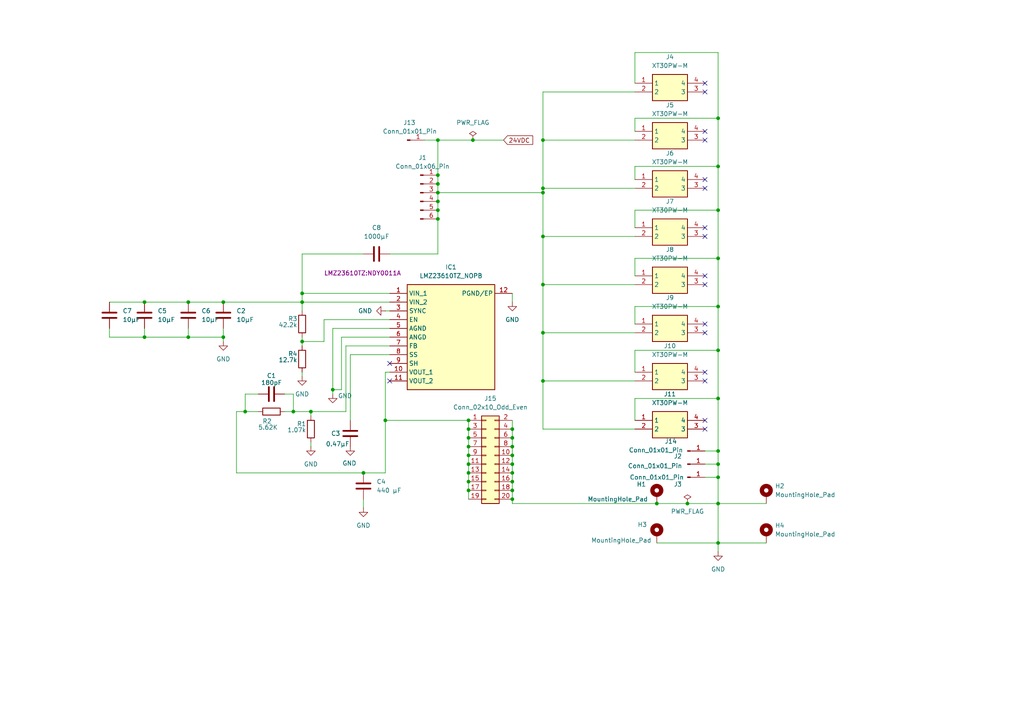
<source format=kicad_sch>
(kicad_sch (version 20250114) (generator "eeschema") (generator_version "9.0")
  (paper "A4")
  (title_block (title "Power Distribution Board") (date "2025-07-18") (rev "B") (company "Added C8 "))
  (lib_symbols
    (symbol "Connector:Conn_01x01_Pin" (pin_names (offset 1.016) (hide yes))
      (property "Reference" "J" (at 0 2.54 0))
      (property "Value" "Conn_01x01_Pin" (at 0 -2.54 0))
      (symbol "Conn_01x01_Pin_1_1"
        (rectangle (start 0.8636 0.127) (end 0 -0.127) (stroke (width 0.1524)) (fill (type outline)))
        (polyline (pts (xy 1.27 0) (xy 0.8636 0)) (stroke (width 0.1524)))
        (pin passive line (at 5.08 0 180) (length 3.81) (name "Pin_1") (number "1"))
      )
    )
    (symbol "Connector:Conn_01x06_Pin" (pin_names (offset 1.016) (hide yes))
      (property "Reference" "J" (at 0 7.62 0))
      (property "Value" "Conn_01x06_Pin" (at 0 -10.16 0))
      (symbol "Conn_01x06_Pin_1_1"
        (rectangle (start 0.8636 5.207) (end 0 4.953) (stroke (width 0.1524)) (fill (type outline)))
        (rectangle (start 0.8636 2.667) (end 0 2.413) (stroke (width 0.1524)) (fill (type outline)))
        (rectangle (start 0.8636 0.127) (end 0 -0.127) (stroke (width 0.1524)) (fill (type outline)))
        (rectangle (start 0.8636 -2.413) (end 0 -2.667) (stroke (width 0.1524)) (fill (type outline)))
        (rectangle (start 0.8636 -4.953) (end 0 -5.207) (stroke (width 0.1524)) (fill (type outline)))
        (rectangle (start 0.8636 -7.493) (end 0 -7.747) (stroke (width 0.1524)) (fill (type outline)))
        (polyline (pts (xy 1.27 5.08) (xy 0.8636 5.08)) (stroke (width 0.1524)))
        (polyline (pts (xy 1.27 2.54) (xy 0.8636 2.54)) (stroke (width 0.1524)))
        (polyline (pts (xy 1.27 0) (xy 0.8636 0)) (stroke (width 0.1524)))
        (polyline (pts (xy 1.27 -2.54) (xy 0.8636 -2.54)) (stroke (width 0.1524)))
        (polyline (pts (xy 1.27 -5.08) (xy 0.8636 -5.08)) (stroke (width 0.1524)))
        (polyline (pts (xy 1.27 -7.62) (xy 0.8636 -7.62)) (stroke (width 0.1524)))
        (pin passive line (at 5.08 5.08 180) (length 3.81) (name "Pin_1") (number "1"))
        (pin passive line (at 5.08 2.54 180) (length 3.81) (name "Pin_2") (number "2"))
        (pin passive line (at 5.08 0 180) (length 3.81) (name "Pin_3") (number "3"))
        (pin passive line (at 5.08 -2.54 180) (length 3.81) (name "Pin_4") (number "4"))
        (pin passive line (at 5.08 -5.08 180) (length 3.81) (name "Pin_5") (number "5"))
        (pin passive line (at 5.08 -7.62 180) (length 3.81) (name "Pin_6") (number "6"))
      )
    )
    (symbol "Connector_Generic:Conn_02x10_Odd_Even" (pin_names (offset 1.016) (hide yes))
      (property "Reference" "J" (at 1.27 12.7 0))
      (property "Value" "Conn_02x10_Odd_Even" (at 1.27 -15.24 0))
      (symbol "Conn_02x10_Odd_Even_1_1"
        (rectangle (start -1.27 11.43) (end 3.81 -13.97) (stroke (width 0.254)) (fill (type background)))
        (rectangle (start -1.27 10.287) (end 0 10.033) (stroke (width 0.1524)))
        (rectangle (start -1.27 7.747) (end 0 7.493) (stroke (width 0.1524)))
        (rectangle (start -1.27 5.207) (end 0 4.953) (stroke (width 0.1524)))
        (rectangle (start -1.27 2.667) (end 0 2.413) (stroke (width 0.1524)))
        (rectangle (start -1.27 0.127) (end 0 -0.127) (stroke (width 0.1524)))
        (rectangle (start -1.27 -2.413) (end 0 -2.667) (stroke (width 0.1524)))
        (rectangle (start -1.27 -4.953) (end 0 -5.207) (stroke (width 0.1524)))
        (rectangle (start -1.27 -7.493) (end 0 -7.747) (stroke (width 0.1524)))
        (rectangle (start -1.27 -10.033) (end 0 -10.287) (stroke (width 0.1524)))
        (rectangle (start -1.27 -12.573) (end 0 -12.827) (stroke (width 0.1524)))
        (rectangle (start 3.81 10.287) (end 2.54 10.033) (stroke (width 0.1524)))
        (rectangle (start 3.81 7.747) (end 2.54 7.493) (stroke (width 0.1524)))
        (rectangle (start 3.81 5.207) (end 2.54 4.953) (stroke (width 0.1524)))
        (rectangle (start 3.81 2.667) (end 2.54 2.413) (stroke (width 0.1524)))
        (rectangle (start 3.81 0.127) (end 2.54 -0.127) (stroke (width 0.1524)))
        (rectangle (start 3.81 -2.413) (end 2.54 -2.667) (stroke (width 0.1524)))
        (rectangle (start 3.81 -4.953) (end 2.54 -5.207) (stroke (width 0.1524)))
        (rectangle (start 3.81 -7.493) (end 2.54 -7.747) (stroke (width 0.1524)))
        (rectangle (start 3.81 -10.033) (end 2.54 -10.287) (stroke (width 0.1524)))
        (rectangle (start 3.81 -12.573) (end 2.54 -12.827) (stroke (width 0.1524)))
        (pin passive line (at -5.08 10.16 0) (length 3.81) (name "Pin_1") (number "1"))
        (pin passive line (at -5.08 7.62 0) (length 3.81) (name "Pin_3") (number "3"))
        (pin passive line (at -5.08 5.08 0) (length 3.81) (name "Pin_5") (number "5"))
        (pin passive line (at -5.08 2.54 0) (length 3.81) (name "Pin_7") (number "7"))
        (pin passive line (at -5.08 0 0) (length 3.81) (name "Pin_9") (number "9"))
        (pin passive line (at -5.08 -2.54 0) (length 3.81) (name "Pin_11") (number "11"))
        (pin passive line (at -5.08 -5.08 0) (length 3.81) (name "Pin_13") (number "13"))
        (pin passive line (at -5.08 -7.62 0) (length 3.81) (name "Pin_15") (number "15"))
        (pin passive line (at -5.08 -10.16 0) (length 3.81) (name "Pin_17") (number "17"))
        (pin passive line (at -5.08 -12.7 0) (length 3.81) (name "Pin_19") (number "19"))
        (pin passive line (at 7.62 10.16 180) (length 3.81) (name "Pin_2") (number "2"))
        (pin passive line (at 7.62 7.62 180) (length 3.81) (name "Pin_4") (number "4"))
        (pin passive line (at 7.62 5.08 180) (length 3.81) (name "Pin_6") (number "6"))
        (pin passive line (at 7.62 2.54 180) (length 3.81) (name "Pin_8") (number "8"))
        (pin passive line (at 7.62 0 180) (length 3.81) (name "Pin_10") (number "10"))
        (pin passive line (at 7.62 -2.54 180) (length 3.81) (name "Pin_12") (number "12"))
        (pin passive line (at 7.62 -5.08 180) (length 3.81) (name "Pin_14") (number "14"))
        (pin passive line (at 7.62 -7.62 180) (length 3.81) (name "Pin_16") (number "16"))
        (pin passive line (at 7.62 -10.16 180) (length 3.81) (name "Pin_18") (number "18"))
        (pin passive line (at 7.62 -12.7 180) (length 3.81) (name "Pin_20") (number "20"))
      )
    )
    (symbol "Device:C" (pin_numbers (hide yes)) (pin_names (offset 0.254))
      (property "Reference" "C" (at 0.635 2.54 0))
      (property "Value" "C" (at 0.635 -2.54 0))
      (symbol "C_0_1"
        (polyline (pts (xy -2.032 0.762) (xy 2.032 0.762)) (stroke (width 0.508)))
        (polyline (pts (xy -2.032 -0.762) (xy 2.032 -0.762)) (stroke (width 0.508)))
      )
      (symbol "C_1_1"
        (pin passive line (at 0 3.81 270) (length 2.794) (name "~") (number "1"))
        (pin passive line (at 0 -3.81 90) (length 2.794) (name "~") (number "2"))
      )
    )
    (symbol "Device:R" (pin_numbers (hide yes)) (pin_names (offset 0))
      (property "Reference" "R" (at 2.032 0 90))
      (property "Value" "R" (at 0 0 90))
      (symbol "R_0_1"
        (rectangle (start -1.016 -2.54) (end 1.016 2.54) (stroke (width 0.254)))
      )
      (symbol "R_1_1"
        (pin passive line (at 0 3.81 270) (length 1.27) (name "~") (number "1"))
        (pin passive line (at 0 -3.81 90) (length 1.27) (name "~") (number "2"))
      )
    )
    (symbol "LMZ23610TZ_NOPB:LMZ23610TZ_NOPB"
      (property "Reference" "IC" (at 31.75 7.62 0))
      (property "Value" "LMZ23610TZ_NOPB" (at 31.75 5.08 0))
      (symbol "LMZ23610TZ_NOPB_1_1"
        (rectangle (start 5.08 2.54) (end 30.48 -27.94) (stroke (width 0.254)) (fill (type background)))
        (pin input line (at 0 0 0) (length 5.08) (name "VIN_1") (number "1"))
        (pin input line (at 0 -2.54 0) (length 5.08) (name "VIN_2") (number "2"))
        (pin passive line (at 0 -5.08 0) (length 5.08) (name "SYNC") (number "3"))
        (pin passive line (at 0 -7.62 0) (length 5.08) (name "EN") (number "4"))
        (pin power_in line (at 0 -10.16 0) (length 5.08) (name "AGND") (number "5"))
        (pin passive line (at 0 -12.7 0) (length 5.08) (name "ANGD") (number "6"))
        (pin passive line (at 0 -15.24 0) (length 5.08) (name "FB") (number "7"))
        (pin passive line (at 0 -17.78 0) (length 5.08) (name "SS") (number "8"))
        (pin passive line (at 0 -20.32 0) (length 5.08) (name "SH") (number "9"))
        (pin output line (at 0 -22.86 0) (length 5.08) (name "VOUT_1") (number "10"))
        (pin output line (at 0 -25.4 0) (length 5.08) (name "VOUT_2") (number "11"))
        (pin power_in line (at 35.56 0 180) (length 5.08) (name "PGND/EP") (number "12"))
      )
    )
    (symbol "Mechanical:MountingHole_Pad" (pin_numbers (hide yes)) (pin_names (offset 1.016) (hide yes)) (in_bom no)
      (property "Reference" "H" (at 0 6.35 0))
      (property "Value" "MountingHole_Pad" (at 0 4.445 0))
      (symbol "MountingHole_Pad_0_1"
        (circle (center 0 1.27) (radius 1.27) (stroke (width 1.27)))
      )
      (symbol "MountingHole_Pad_1_1"
        (pin input line (at 0 -2.54 90) (length 2.54) (name "1") (number "1"))
      )
    )
    (symbol "XT30PW-M:XT30PW-M"
      (property "Reference" "J" (at 16.51 7.62 0))
      (property "Value" "XT30PW-M" (at 16.51 5.08 0))
      (symbol "XT30PW-M_1_1"
        (rectangle (start 5.08 2.54) (end 15.24 -5.08) (stroke (width 0.254)) (fill (type background)))
        (pin passive line (at 0 0 0) (length 5.08) (name "1") (number "1"))
        (pin passive line (at 0 -2.54 0) (length 5.08) (name "2") (number "2"))
        (pin passive line (at 20.32 0 180) (length 5.08) (name "4") (number "4"))
        (pin passive line (at 20.32 -2.54 180) (length 5.08) (name "3") (number "3"))
      )
    )
    (symbol "power:GND" (power) (pin_numbers (hide yes)) (pin_names (offset 0) (hide yes))
      (property "Value" "GND" (at 0 -3.81 0))
      (symbol "GND_0_1"
        (polyline (pts (xy 0 0) (xy 0 -1.27) (xy 1.27 -1.27) (xy 0 -2.54) (xy -1.27 -1.27) (xy 0 -1.27)))
      )
      (symbol "GND_1_1"
        (pin power_in line (at 0 0 270) (length 0) (name "~") (number "1"))
      )
    )
    (symbol "power:PWR_FLAG" (power) (pin_numbers (hide yes)) (pin_names (offset 0) (hide yes))
      (property "Value" "PWR_FLAG" (at 0 3.81 0))
      (symbol "PWR_FLAG_0_0"
        (pin power_out line (at 0 0 90) (length 0) (name "~") (number "1"))
      )
      (symbol "PWR_FLAG_0_1"
        (polyline (pts (xy 0 0) (xy 0 1.27) (xy -1.016 1.905) (xy 0 2.54) (xy 1.016 1.905) (xy 0 1.27)))
      )
    )
  )
  (junction (at 111.76 121.92))
  (junction (at 208.28 157.48))
  (junction (at 90.17 119.38))
  (junction (at 135.89 127))
  (junction (at 135.89 124.46))
  (junction (at 127 50.8))
  (junction (at 208.28 146.05))
  (junction (at 85.09 119.38))
  (junction (at 41.91 97.79))
  (junction (at 135.89 129.54))
  (junction (at 157.48 82.55))
  (junction (at 54.61 97.79))
  (junction (at 190.5 146.05))
  (junction (at 148.59 129.54))
  (junction (at 157.48 110.49))
  (junction (at 54.61 87.63))
  (junction (at 127 55.88))
  (junction (at 148.59 134.62))
  (junction (at 148.59 142.24))
  (junction (at 148.59 124.46))
  (junction (at 208.28 60.96))
  (junction (at 135.89 134.62))
  (junction (at 87.63 99.06))
  (junction (at 41.91 87.63))
  (junction (at 137.16 40.64))
  (junction (at 148.59 127))
  (junction (at 148.59 139.7))
  (junction (at 127 58.42))
  (junction (at 148.59 132.08))
  (junction (at 157.48 40.64))
  (junction (at 127 53.34))
  (junction (at 208.28 115.57))
  (junction (at 87.63 85.09))
  (junction (at 208.28 48.26))
  (junction (at 157.48 96.52))
  (junction (at 135.89 132.08))
  (junction (at 157.48 68.58))
  (junction (at 64.77 87.63))
  (junction (at 71.12 119.38))
  (junction (at 105.41 137.16))
  (junction (at 208.28 138.43))
  (junction (at 96.52 113.03))
  (junction (at 208.28 34.29))
  (junction (at 208.28 74.93))
  (junction (at 135.89 139.7))
  (junction (at 208.28 101.6))
  (junction (at 199.39 146.05))
  (junction (at 148.59 137.16))
  (junction (at 127 60.96))
  (junction (at 127 40.64))
  (junction (at 157.48 54.61))
  (junction (at 135.89 142.24))
  (junction (at 64.77 97.79))
  (junction (at 127 63.5))
  (junction (at 157.48 55.88))
  (junction (at 135.89 137.16))
  (junction (at 135.89 121.92))
  (junction (at 208.28 134.62))
  (junction (at 148.59 144.78))
  (junction (at 208.28 130.81))
  (junction (at 208.28 88.9))
  (junction (at 87.63 87.63))
  (no_connect (at 204.47 110.49))
  (no_connect (at 204.47 124.46))
  (no_connect (at 204.47 54.61))
  (no_connect (at 204.47 107.95))
  (no_connect (at 204.47 80.01))
  (no_connect (at 204.47 96.52))
  (no_connect (at 204.47 121.92))
  (no_connect (at 204.47 93.98))
  (no_connect (at 204.47 26.67))
  (no_connect (at 204.47 40.64))
  (no_connect (at 204.47 82.55))
  (no_connect (at 204.47 66.04))
  (no_connect (at 113.03 105.41))
  (no_connect (at 204.47 52.07))
  (no_connect (at 113.03 110.49))
  (no_connect (at 204.47 68.58))
  (no_connect (at 204.47 38.1))
  (no_connect (at 204.47 24.13))
  (wire (pts (xy 208.28 34.29) (xy 208.28 48.26)))
  (wire (pts (xy 135.89 127) (xy 135.89 129.54)))
  (wire (pts (xy 184.15 124.46) (xy 157.48 124.46)))
  (wire (pts (xy 157.48 68.58) (xy 157.48 82.55)))
  (wire (pts (xy 135.89 142.24) (xy 135.89 144.78)))
  (wire (pts (xy 111.76 137.16) (xy 111.76 121.92)))
  (wire (pts (xy 148.59 142.24) (xy 148.59 144.78)))
  (wire (pts (xy 208.28 157.48) (xy 208.28 160.02)))
  (wire (pts (xy 127 55.88) (xy 127 58.42)))
  (wire (pts (xy 64.77 97.79) (xy 64.77 99.06)))
  (wire (pts (xy 111.76 121.92) (xy 135.89 121.92)))
  (wire (pts (xy 90.17 128.27) (xy 90.17 129.54)))
  (wire (pts (xy 184.15 80.01) (xy 184.15 74.93)))
  (wire (pts (xy 184.15 66.04) (xy 184.15 60.96)))
  (wire (pts (xy 135.89 139.7) (xy 135.89 142.24)))
  (wire (pts (xy 82.55 119.38) (xy 85.09 119.38)))
  (wire (pts (xy 127 58.42) (xy 127 60.96)))
  (wire (pts (xy 135.89 129.54) (xy 135.89 132.08)))
  (wire (pts (xy 123.19 40.64) (xy 127 40.64)))
  (wire (pts (xy 208.28 134.62) (xy 204.47 134.62)))
  (wire (pts (xy 208.28 146.05) (xy 208.28 157.48)))
  (wire (pts (xy 71.12 114.3) (xy 71.12 119.38)))
  (wire (pts (xy 127 53.34) (xy 127 55.88)))
  (wire (pts (xy 148.59 137.16) (xy 148.59 139.7)))
  (wire (pts (xy 208.28 130.81) (xy 208.28 134.62)))
  (wire (pts (xy 184.15 52.07) (xy 184.15 48.26)))
  (wire (pts (xy 90.17 119.38) (xy 100.33 119.38)))
  (wire (pts (xy 127 50.8) (xy 127 53.34)))
  (wire (pts (xy 157.48 40.64) (xy 157.48 54.61)))
  (wire (pts (xy 96.52 95.25) (xy 113.03 95.25)))
  (wire (pts (xy 87.63 85.09) (xy 113.03 85.09)))
  (wire (pts (xy 184.15 110.49) (xy 157.48 110.49)))
  (wire (pts (xy 135.89 137.16) (xy 135.89 139.7)))
  (wire (pts (xy 64.77 87.63) (xy 87.63 87.63)))
  (wire (pts (xy 148.59 129.54) (xy 148.59 132.08)))
  (wire (pts (xy 68.58 119.38) (xy 68.58 137.16)))
  (wire (pts (xy 208.28 138.43) (xy 204.47 138.43)))
  (wire (pts (xy 184.15 24.13) (xy 184.15 15.24)))
  (wire (pts (xy 157.48 55.88) (xy 127 55.88)))
  (wire (pts (xy 135.89 134.62) (xy 135.89 137.16)))
  (wire (pts (xy 148.59 146.05) (xy 190.5 146.05)))
  (wire (pts (xy 85.09 119.38) (xy 90.17 119.38)))
  (wire (pts (xy 208.28 101.6) (xy 208.28 115.57)))
  (wire (pts (xy 157.48 96.52) (xy 157.48 82.55)))
  (wire (pts (xy 148.59 144.78) (xy 148.59 146.05)))
  (wire (pts (xy 99.06 113.03) (xy 96.52 113.03)))
  (wire (pts (xy 148.59 132.08) (xy 148.59 134.62)))
  (wire (pts (xy 87.63 90.17) (xy 87.63 87.63)))
  (wire (pts (xy 157.48 124.46) (xy 157.48 110.49)))
  (wire (pts (xy 64.77 97.79) (xy 64.77 95.25)))
  (wire (pts (xy 105.41 144.78) (xy 105.41 147.32)))
  (wire (pts (xy 101.6 102.87) (xy 113.03 102.87)))
  (wire (pts (xy 31.75 97.79) (xy 31.75 95.25)))
  (wire (pts (xy 87.63 107.95) (xy 87.63 109.22)))
  (wire (pts (xy 68.58 137.16) (xy 105.41 137.16)))
  (wire (pts (xy 41.91 97.79) (xy 54.61 97.79)))
  (wire (pts (xy 54.61 97.79) (xy 64.77 97.79)))
  (wire (pts (xy 113.03 73.66) (xy 127 73.66)))
  (wire (pts (xy 148.59 139.7) (xy 148.59 142.24)))
  (wire (pts (xy 99.06 97.79) (xy 99.06 113.03)))
  (wire (pts (xy 87.63 73.66) (xy 87.63 85.09)))
  (wire (pts (xy 184.15 40.64) (xy 157.48 40.64)))
  (wire (pts (xy 105.41 137.16) (xy 111.76 137.16)))
  (wire (pts (xy 190.5 157.48) (xy 208.28 157.48)))
  (wire (pts (xy 208.28 138.43) (xy 208.28 146.05)))
  (wire (pts (xy 127 60.96) (xy 127 63.5)))
  (wire (pts (xy 101.6 102.87) (xy 101.6 121.92)))
  (wire (pts (xy 31.75 87.63) (xy 41.91 87.63)))
  (wire (pts (xy 100.33 100.33) (xy 113.03 100.33)))
  (wire (pts (xy 68.58 119.38) (xy 71.12 119.38)))
  (wire (pts (xy 93.98 99.06) (xy 87.63 99.06)))
  (wire (pts (xy 146.05 40.64) (xy 137.16 40.64)))
  (wire (pts (xy 93.98 92.71) (xy 93.98 99.06)))
  (wire (pts (xy 208.28 134.62) (xy 208.28 138.43)))
  (wire (pts (xy 135.89 121.92) (xy 135.89 124.46)))
  (wire (pts (xy 184.15 60.96) (xy 208.28 60.96)))
  (wire (pts (xy 148.59 134.62) (xy 148.59 137.16)))
  (wire (pts (xy 208.28 157.48) (xy 222.25 157.48)))
  (wire (pts (xy 184.15 26.67) (xy 157.48 26.67)))
  (wire (pts (xy 74.93 119.38) (xy 71.12 119.38)))
  (wire (pts (xy 184.15 48.26) (xy 208.28 48.26)))
  (wire (pts (xy 208.28 48.26) (xy 208.28 60.96)))
  (wire (pts (xy 96.52 95.25) (xy 96.52 113.03)))
  (wire (pts (xy 87.63 97.79) (xy 87.63 99.06)))
  (wire (pts (xy 54.61 97.79) (xy 54.61 95.25)))
  (wire (pts (xy 54.61 87.63) (xy 64.77 87.63)))
  (wire (pts (xy 148.59 85.09) (xy 148.59 87.63)))
  (wire (pts (xy 148.59 121.92) (xy 148.59 124.46)))
  (wire (pts (xy 184.15 38.1) (xy 184.15 34.29)))
  (wire (pts (xy 127 63.5) (xy 127 73.66)))
  (wire (pts (xy 111.76 90.17) (xy 113.03 90.17)))
  (wire (pts (xy 100.33 100.33) (xy 100.33 119.38)))
  (wire (pts (xy 184.15 88.9) (xy 208.28 88.9)))
  (wire (pts (xy 111.76 107.95) (xy 113.03 107.95)))
  (wire (pts (xy 190.5 146.05) (xy 199.39 146.05)))
  (wire (pts (xy 208.28 15.24) (xy 208.28 34.29)))
  (wire (pts (xy 85.09 114.3) (xy 85.09 119.38)))
  (wire (pts (xy 157.48 55.88) (xy 157.48 68.58)))
  (wire (pts (xy 208.28 88.9) (xy 208.28 101.6)))
  (wire (pts (xy 127 40.64) (xy 127 50.8)))
  (wire (pts (xy 137.16 40.64) (xy 127 40.64)))
  (wire (pts (xy 41.91 97.79) (xy 41.91 95.25)))
  (wire (pts (xy 157.48 54.61) (xy 184.15 54.61)))
  (wire (pts (xy 184.15 121.92) (xy 184.15 115.57)))
  (wire (pts (xy 74.93 114.3) (xy 71.12 114.3)))
  (wire (pts (xy 199.39 146.05) (xy 208.28 146.05)))
  (wire (pts (xy 41.91 87.63) (xy 54.61 87.63)))
  (wire (pts (xy 208.28 74.93) (xy 208.28 88.9)))
  (wire (pts (xy 157.48 110.49) (xy 157.48 96.52)))
  (wire (pts (xy 148.59 124.46) (xy 148.59 127)))
  (wire (pts (xy 90.17 119.38) (xy 90.17 120.65)))
  (wire (pts (xy 208.28 130.81) (xy 204.47 130.81)))
  (wire (pts (xy 157.48 54.61) (xy 157.48 55.88)))
  (wire (pts (xy 135.89 132.08) (xy 135.89 134.62)))
  (wire (pts (xy 31.75 97.79) (xy 41.91 97.79)))
  (wire (pts (xy 157.48 26.67) (xy 157.48 40.64)))
  (wire (pts (xy 148.59 127) (xy 148.59 129.54)))
  (wire (pts (xy 184.15 68.58) (xy 157.48 68.58)))
  (wire (pts (xy 87.63 99.06) (xy 87.63 100.33)))
  (wire (pts (xy 184.15 93.98) (xy 184.15 88.9)))
  (wire (pts (xy 184.15 74.93) (xy 208.28 74.93)))
  (wire (pts (xy 208.28 115.57) (xy 208.28 130.81)))
  (wire (pts (xy 184.15 82.55) (xy 157.48 82.55)))
  (wire (pts (xy 184.15 107.95) (xy 184.15 101.6)))
  (wire (pts (xy 99.06 97.79) (xy 113.03 97.79)))
  (wire (pts (xy 208.28 60.96) (xy 208.28 74.93)))
  (wire (pts (xy 87.63 87.63) (xy 113.03 87.63)))
  (wire (pts (xy 96.52 113.03) (xy 96.52 114.3)))
  (wire (pts (xy 184.15 96.52) (xy 157.48 96.52)))
  (wire (pts (xy 135.89 124.46) (xy 135.89 127)))
  (wire (pts (xy 184.15 15.24) (xy 208.28 15.24)))
  (wire (pts (xy 111.76 121.92) (xy 111.76 107.95)))
  (wire (pts (xy 113.03 92.71) (xy 93.98 92.71)))
  (wire (pts (xy 184.15 101.6) (xy 208.28 101.6)))
  (wire (pts (xy 87.63 85.09) (xy 87.63 87.63)))
  (wire (pts (xy 184.15 34.29) (xy 208.28 34.29)))
  (wire (pts (xy 82.55 114.3) (xy 85.09 114.3)))
  (wire (pts (xy 184.15 115.57) (xy 208.28 115.57)))
  (wire (pts (xy 208.28 146.05) (xy 222.25 146.05)))
  (wire (pts (xy 87.63 73.66) (xy 105.41 73.66)))
  (global_label "24VDC" (shape input) (at 146.05 40.64 0) (property "Intersheetrefs" "${INTERSHEET_REFS}" (effects (hide yes))))
  (symbol (lib_id "Device:R") (at 87.63 93.98 0) (unit 1)
    (property "Reference" "R3" (at 83.566 92.456 0) (effects (justify left)))
    (property "Value" "42.2k" (at 80.772 94.234 0) (effects (justify left)))
    (property "Footprint" "Resistor_SMD:R_1206_3216Metric" (effects (hide yes)))
    (property "Description" "Resistor" (effects (hide yes)))
  )
  (symbol (lib_id "power:GND") (at 148.59 87.63 0) (unit 1)
    (property "Reference" "#PWR07" (effects (hide yes)))
    (property "Value" "GND" (at 148.59 92.71 0))
    (property "Description" "Power symbol creates a global label with name \"GND\" , ground" (effects (hide yes)))
  )
  (symbol (lib_id "Device:R") (at 87.63 104.14 0) (unit 1)
    (property "Reference" "R4" (at 83.566 102.616 0) (effects (justify left)))
    (property "Value" "12.7k" (at 80.772 104.394 0) (effects (justify left)))
    (property "Footprint" "Resistor_SMD:R_1206_3216Metric" (effects (hide yes)))
    (property "Description" "Resistor" (effects (hide yes)))
  )
  (symbol (lib_id "power:GND") (at 87.63 109.22 0) (unit 1)
    (property "Reference" "#PWR06" (effects (hide yes)))
    (property "Value" "GND" (at 87.63 114.3 0))
    (property "Description" "Power symbol creates a global label with name \"GND\" , ground" (effects (hide yes)))
  )
  (symbol (lib_id "XT30PW-M:XT30PW-M") (at 184.15 24.13 0) (unit 1)
    (property "Reference" "J4" (at 194.31 16.51 0))
    (property "Value" "XT30PW-M" (at 194.31 19.05 0))
    (property "Footprint" "Connector_AMASS:AMASS_XT30PW-F_1x02_P2.50mm_Horizontal" (effects (hide yes)))
    (property "Datasheet" "https://www.tme.eu/sl/Document/ce4077e36b79046da520ca73227e15de/XT30PW%20SPEC.pdf" (effects (hide yes)))
    (property "Description" "30A Low Temperature Rise Fire Retardant Plug" (effects (hide yes)))
    (property "Height" "5" (effects (hide yes)))
    (property "Manufacturer_Name" "Amass" (effects (hide yes)))
    (property "Manufacturer_Part_Number" "XT30PW-M" (effects (hide yes)))
  )
  (symbol (lib_id "XT30PW-M:XT30PW-M") (at 184.15 80.01 0) (unit 1)
    (property "Reference" "J8" (at 194.31 72.39 0))
    (property "Value" "XT30PW-M" (at 194.31 74.93 0))
    (property "Footprint" "Connector_AMASS:AMASS_XT30PW-F_1x02_P2.50mm_Horizontal" (effects (hide yes)))
    (property "Datasheet" "https://www.tme.eu/sl/Document/ce4077e36b79046da520ca73227e15de/XT30PW%20SPEC.pdf" (effects (hide yes)))
    (property "Description" "30A Low Temperature Rise Fire Retardant Plug" (effects (hide yes)))
    (property "Height" "5" (effects (hide yes)))
    (property "Manufacturer_Name" "Amass" (effects (hide yes)))
    (property "Manufacturer_Part_Number" "XT30PW-M" (effects (hide yes)))
  )
  (symbol (lib_id "Mechanical:MountingHole_Pad") (at 222.25 143.51 0) (unit 1) (in_bom no)
    (property "Reference" "H2" (at 224.79 140.9699 0) (effects (justify left)))
    (property "Value" "MountingHole_Pad" (at 224.79 143.5099 0) (effects (justify left)))
    (property "Footprint" "MountingHole:MountingHole_3mm_Pad" (effects (hide yes)))
    (property "Description" "Mounting Hole with connection" (effects (hide yes)))
  )
  (symbol (lib_id "Connector:Conn_01x01_Pin") (at 118.11 40.64 0) (unit 1)
    (property "Reference" "J13" (at 118.745 35.56 0))
    (property "Value" "Conn_01x01_Pin" (at 118.872 38.1 0))
    (property "Footprint" "Connector_Wire:SolderWire-1.5sqmm_1x01_D1.7mm_OD3.9mm" (effects (hide yes)))
    (property "Description" "Generic connector, single row, 01x01, script generated" (effects (hide yes)))
  )
  (symbol (lib_id "Mechanical:MountingHole_Pad") (at 190.5 154.94 0) (unit 1) (in_bom no)
    (property "Reference" "H3" (at 184.912 152.146 0) (effects (justify left)))
    (property "Value" "MountingHole_Pad" (at 171.45 156.718 0) (effects (justify left)))
    (property "Footprint" "MountingHole:MountingHole_3mm_Pad" (effects (hide yes)))
    (property "Description" "Mounting Hole with connection" (effects (hide yes)))
  )
  (symbol (lib_id "power:PWR_FLAG") (at 137.16 40.64 0) (unit 1)
    (property "Reference" "#FLG01" (effects (hide yes)))
    (property "Value" "PWR_FLAG" (at 137.16 35.56 0))
    (property "Description" "Special symbol for telling ERC where power comes from" (effects (hide yes)))
  )
  (symbol (lib_id "power:GND") (at 208.28 160.02 0) (unit 1)
    (property "Reference" "#PWR01" (effects (hide yes)))
    (property "Value" "GND" (at 208.28 165.1 0))
    (property "Description" "Power symbol creates a global label with name \"GND\" , ground" (effects (hide yes)))
  )
  (symbol (lib_id "XT30PW-M:XT30PW-M") (at 184.15 38.1 0) (unit 1)
    (property "Reference" "J5" (at 194.31 30.48 0))
    (property "Value" "XT30PW-M" (at 194.31 33.02 0))
    (property "Footprint" "Connector_AMASS:AMASS_XT30PW-F_1x02_P2.50mm_Horizontal" (effects (hide yes)))
    (property "Datasheet" "https://www.tme.eu/sl/Document/ce4077e36b79046da520ca73227e15de/XT30PW%20SPEC.pdf" (effects (hide yes)))
    (property "Description" "30A Low Temperature Rise Fire Retardant Plug" (effects (hide yes)))
    (property "Height" "5" (effects (hide yes)))
    (property "Manufacturer_Name" "Amass" (effects (hide yes)))
    (property "Manufacturer_Part_Number" "XT30PW-M" (effects (hide yes)))
  )
  (symbol (lib_id "XT30PW-M:XT30PW-M") (at 184.15 121.92 0) (unit 1)
    (property "Reference" "J11" (at 194.31 114.3 0))
    (property "Value" "XT30PW-M" (at 194.31 116.84 0))
    (property "Footprint" "Connector_AMASS:AMASS_XT30PW-F_1x02_P2.50mm_Horizontal" (effects (hide yes)))
    (property "Datasheet" "https://www.tme.eu/sl/Document/ce4077e36b79046da520ca73227e15de/XT30PW%20SPEC.pdf" (effects (hide yes)))
    (property "Description" "30A Low Temperature Rise Fire Retardant Plug" (effects (hide yes)))
    (property "Height" "5" (effects (hide yes)))
    (property "Manufacturer_Name" "Amass" (effects (hide yes)))
    (property "Manufacturer_Part_Number" "XT30PW-M" (effects (hide yes)))
  )
  (symbol (lib_id "power:GND") (at 105.41 147.32 0) (unit 1)
    (property "Reference" "#PWR05" (effects (hide yes)))
    (property "Value" "GND" (at 105.41 152.4 0))
    (property "Description" "Power symbol creates a global label with name \"GND\" , ground" (effects (hide yes)))
  )
  (symbol (lib_id "XT30PW-M:XT30PW-M") (at 184.15 107.95 0) (unit 1)
    (property "Reference" "J10" (at 194.31 100.33 0))
    (property "Value" "XT30PW-M" (at 194.31 102.87 0))
    (property "Footprint" "Connector_AMASS:AMASS_XT30PW-F_1x02_P2.50mm_Horizontal" (effects (hide yes)))
    (property "Datasheet" "https://www.tme.eu/sl/Document/ce4077e36b79046da520ca73227e15de/XT30PW%20SPEC.pdf" (effects (hide yes)))
    (property "Description" "30A Low Temperature Rise Fire Retardant Plug" (effects (hide yes)))
    (property "Height" "5" (effects (hide yes)))
    (property "Manufacturer_Name" "Amass" (effects (hide yes)))
    (property "Manufacturer_Part_Number" "XT30PW-M" (effects (hide yes)))
  )
  (symbol (lib_id "Device:C") (at 54.61 91.44 0) (unit 1)
    (property "Reference" "C6" (at 58.42 90.1699 0) (effects (justify left)))
    (property "Value" "10µF" (at 58.42 92.7099 0) (effects (justify left)))
    (property "Footprint" "Capacitor_SMD:C_1206_3216Metric" (effects (hide yes)))
    (property "Description" "Unpolarized capacitor" (effects (hide yes)))
  )
  (symbol (lib_id "power:GND") (at 96.52 114.3 0) (unit 1)
    (property "Reference" "#PWR011" (effects (hide yes)))
    (property "Value" "GND" (at 100.076 114.808 0))
    (property "Description" "Power symbol creates a global label with name \"GND\" , ground" (effects (hide yes)))
  )
  (symbol (lib_id "Connector:Conn_01x01_Pin") (at 199.39 134.62 0) (unit 1)
    (property "Reference" "J2" (at 196.596 132.334 0))
    (property "Value" "Conn_01x01_Pin" (at 189.992 135.128 0))
    (property "Footprint" "Connector_PinHeader_2.54mm:PinHeader_1x01_P2.54mm_Vertical" (effects (hide yes)))
    (property "Description" "Generic connector, single row, 01x01, script generated" (effects (hide yes)))
  )
  (symbol (lib_id "XT30PW-M:XT30PW-M") (at 184.15 93.98 0) (unit 1)
    (property "Reference" "J9" (at 194.31 86.36 0))
    (property "Value" "XT30PW-M" (at 194.31 88.9 0))
    (property "Footprint" "Connector_AMASS:AMASS_XT30PW-F_1x02_P2.50mm_Horizontal" (effects (hide yes)))
    (property "Datasheet" "https://www.tme.eu/sl/Document/ce4077e36b79046da520ca73227e15de/XT30PW%20SPEC.pdf" (effects (hide yes)))
    (property "Description" "30A Low Temperature Rise Fire Retardant Plug" (effects (hide yes)))
    (property "Height" "5" (effects (hide yes)))
    (property "Manufacturer_Name" "Amass" (effects (hide yes)))
    (property "Manufacturer_Part_Number" "XT30PW-M" (effects (hide yes)))
  )
  (symbol (lib_id "power:PWR_FLAG") (at 199.39 146.05 0) (unit 1)
    (property "Reference" "#FLG02" (effects (hide yes)))
    (property "Value" "PWR_FLAG" (at 199.39 148.336 0))
    (property "Description" "Special symbol for telling ERC where power comes from" (effects (hide yes)))
  )
  (symbol (lib_id "Device:C") (at 78.74 114.3 90) (unit 1)
    (property "Reference" "C1" (at 78.74 108.966 90))
    (property "Value" "180pF" (at 78.74 110.998 90))
    (property "Footprint" "Capacitor_SMD:C_1206_3216Metric" (effects (hide yes)))
    (property "Description" "Unpolarized capacitor" (effects (hide yes)))
  )
  (symbol (lib_id "XT30PW-M:XT30PW-M") (at 184.15 52.07 0) (unit 1)
    (property "Reference" "J6" (at 194.31 44.45 0))
    (property "Value" "XT30PW-M" (at 194.31 46.99 0))
    (property "Footprint" "Connector_AMASS:AMASS_XT30PW-F_1x02_P2.50mm_Horizontal" (effects (hide yes)))
    (property "Datasheet" "https://www.tme.eu/sl/Document/ce4077e36b79046da520ca73227e15de/XT30PW%20SPEC.pdf" (effects (hide yes)))
    (property "Description" "30A Low Temperature Rise Fire Retardant Plug" (effects (hide yes)))
    (property "Height" "5" (effects (hide yes)))
    (property "Manufacturer_Name" "Amass" (effects (hide yes)))
    (property "Manufacturer_Part_Number" "XT30PW-M" (effects (hide yes)))
  )
  (symbol (lib_id "Device:C") (at 105.41 140.97 0) (unit 1)
    (property "Reference" "C4" (at 109.22 139.6999 0) (effects (justify left)))
    (property "Value" "440 µF" (at 109.22 142.2399 0) (effects (justify left)))
    (property "Footprint" "Capacitor_THT:CP_Radial_D10.0mm_P5.00mm" (effects (hide yes)))
    (property "Description" "Unpolarized capacitor" (effects (hide yes)))
  )
  (symbol (lib_id "Connector:Conn_01x01_Pin") (at 199.39 130.81 0) (unit 1)
    (property "Reference" "J14" (at 194.564 128.016 0))
    (property "Value" "Conn_01x01_Pin" (at 190.246 130.556 0))
    (property "Footprint" "Connector_Wire:SolderWire-1.5sqmm_1x01_D1.7mm_OD3.9mm" (effects (hide yes)))
    (property "Description" "Generic connector, single row, 01x01, script generated" (effects (hide yes)))
  )
  (symbol (lib_id "power:GND") (at 64.77 99.06 0) (unit 1)
    (property "Reference" "#PWR03" (effects (hide yes)))
    (property "Value" "GND" (at 64.77 104.14 0))
    (property "Description" "Power symbol creates a global label with name \"GND\" , ground" (effects (hide yes)))
  )
  (symbol (lib_id "Mechanical:MountingHole_Pad") (at 190.5 143.51 0) (unit 1) (in_bom no)
    (property "Reference" "H1" (at 184.658 140.462 0) (effects (justify left)))
    (property "Value" "MountingHole_Pad" (at 170.434 144.78 0) (effects (justify left)))
    (property "Footprint" "MountingHole:MountingHole_3mm_Pad" (effects (hide yes)))
    (property "Description" "Mounting Hole with connection" (effects (hide yes)))
  )
  (symbol (lib_id "LMZ23610TZ_NOPB:LMZ23610TZ_NOPB") (at 113.03 85.09 0) (unit 1)
    (property "Reference" "IC1" (at 130.81 77.47 0))
    (property "Value" "LMZ23610TZ_NOPB" (at 130.81 80.01 0))
    (property "Footprint" "LMZ23610TZ:NDY0011A" (at 93.98 78.486 0) (effects (justify left top)))
    (property "Datasheet" "http://www.ti.com/lit/ds/symlink/lmz23610.pdf" (effects (hide yes)))
    (property "Description" "10A SIMPLE SWITCHER&#174; Power Module with 36V Maximum Input Voltage and Current Sharing" (effects (hide yes)))
    (property "Mouser Part Number" "926-LMZ23610TZ/NOPB" (effects (hide yes)))
    (property "Mouser Price/Stock" "https://www.mouser.co.uk/ProductDetail/Texas-Instruments/LMZ23610TZ-NOPB?qs=W%2Fijfsew0wWOHzIluohbcg%3D%3D" (effects (hide yes)))
    (property "Manufacturer_Name" "Texas Instruments" (effects (hide yes)))
    (property "Manufacturer_Part_Number" "LMZ23610TZ/NOPB" (effects (hide yes)))
  )
  (symbol (lib_id "power:GND") (at 101.6 129.54 0) (unit 1)
    (property "Reference" "#PWR04" (effects (hide yes)))
    (property "Value" "GND" (at 101.346 134.366 0))
    (property "Description" "Power symbol creates a global label with name \"GND\" , ground" (effects (hide yes)))
  )
  (symbol (lib_id "Device:C") (at 41.91 91.44 0) (unit 1)
    (property "Reference" "C5" (at 45.72 90.1699 0) (effects (justify left)))
    (property "Value" "10µF" (at 45.72 92.7099 0) (effects (justify left)))
    (property "Footprint" "Capacitor_SMD:C_1206_3216Metric" (effects (hide yes)))
    (property "Description" "Unpolarized capacitor" (effects (hide yes)))
  )
  (symbol (lib_id "Mechanical:MountingHole_Pad") (at 222.25 154.94 0) (unit 1) (in_bom no)
    (property "Reference" "H4" (at 224.79 152.3999 0) (effects (justify left)))
    (property "Value" "MountingHole_Pad" (at 224.79 154.9399 0) (effects (justify left)))
    (property "Footprint" "MountingHole:MountingHole_3mm_Pad" (effects (hide yes)))
    (property "Description" "Mounting Hole with connection" (effects (hide yes)))
  )
  (symbol (lib_id "Connector:Conn_01x06_Pin") (at 121.92 55.88 0) (unit 1)
    (property "Reference" "J1" (at 122.555 45.72 0))
    (property "Value" "Conn_01x06_Pin" (at 122.555 48.26 0))
    (property "Footprint" "Connector_PinHeader_2.54mm:PinHeader_1x06_P2.54mm_Vertical" (effects (hide yes)))
    (property "Description" "Generic connector, single row, 01x06, script generated" (effects (hide yes)))
  )
  (symbol (lib_id "Device:R") (at 90.17 124.46 0) (unit 1)
    (property "Reference" "R1" (at 86.106 122.936 0) (effects (justify left)))
    (property "Value" "1.07k" (at 83.312 124.714 0) (effects (justify left)))
    (property "Footprint" "Resistor_SMD:R_1206_3216Metric" (effects (hide yes)))
    (property "Description" "Resistor" (effects (hide yes)))
  )
  (symbol (lib_id "Device:C") (at 101.6 125.73 0) (unit 1)
    (property "Reference" "C3" (at 96.012 125.73 0) (effects (justify left)))
    (property "Value" "0.47µF" (at 94.488 128.778 0) (effects (justify left)))
    (property "Footprint" "Capacitor_SMD:C_1206_3216Metric" (effects (hide yes)))
    (property "Description" "Unpolarized capacitor" (effects (hide yes)))
  )
  (symbol (lib_id "Connector:Conn_01x01_Pin") (at 199.39 138.43 0) (unit 1)
    (property "Reference" "J3" (at 196.596 140.462 0))
    (property "Value" "Conn_01x01_Pin" (at 190.5 138.43 0))
    (property "Footprint" "Connector_PinHeader_2.54mm:PinHeader_1x01_P2.54mm_Vertical" (effects (hide yes)))
    (property "Description" "Generic connector, single row, 01x01, script generated" (effects (hide yes)))
  )
  (symbol (lib_id "Device:C") (at 64.77 91.44 0) (unit 1)
    (property "Reference" "C2" (at 68.58 90.1699 0) (effects (justify left)))
    (property "Value" "10µF" (at 68.58 92.7099 0) (effects (justify left)))
    (property "Footprint" "Capacitor_SMD:C_1206_3216Metric" (effects (hide yes)))
    (property "Description" "Unpolarized capacitor" (effects (hide yes)))
  )
  (symbol (lib_id "Device:R") (at 78.74 119.38 270) (unit 1)
    (property "Reference" "R2" (at 77.47 122.174 90))
    (property "Value" "5.62K" (at 77.724 123.952 90))
    (property "Footprint" "Resistor_SMD:R_1206_3216Metric" (effects (hide yes)))
    (property "Description" "Resistor" (effects (hide yes)))
  )
  (symbol (lib_id "Connector_Generic:Conn_02x10_Odd_Even") (at 140.97 132.08 0) (unit 1)
    (property "Reference" "J15" (at 142.24 115.57 0))
    (property "Value" "Conn_02x10_Odd_Even" (at 142.24 118.11 0))
    (property "Footprint" "Connector_PinHeader_2.00mm:PinHeader_2x10_P2.00mm_Vertical" (effects (hide yes)))
    (property "Description" "Generic connector, double row, 02x10, odd/even pin numbering scheme (row 1 odd numbers, row 2 even numbers), script generated (kicad-library-utils/schlib/autogen/connector/)" (effects (hide yes)))
  )
  (symbol (lib_id "Device:C") (at 31.75 91.44 0) (unit 1)
    (property "Reference" "C7" (at 35.56 90.1699 0) (effects (justify left)))
    (property "Value" "10µF" (at 35.56 92.7099 0) (effects (justify left)))
    (property "Footprint" "Capacitor_SMD:C_1206_3216Metric" (effects (hide yes)))
    (property "Description" "Unpolarized capacitor" (effects (hide yes)))
  )
  (symbol (lib_id "XT30PW-M:XT30PW-M") (at 184.15 66.04 0) (unit 1)
    (property "Reference" "J7" (at 194.31 58.42 0))
    (property "Value" "XT30PW-M" (at 194.31 60.96 0))
    (property "Footprint" "Connector_AMASS:AMASS_XT30PW-F_1x02_P2.50mm_Horizontal" (effects (hide yes)))
    (property "Datasheet" "https://www.tme.eu/sl/Document/ce4077e36b79046da520ca73227e15de/XT30PW%20SPEC.pdf" (effects (hide yes)))
    (property "Description" "30A Low Temperature Rise Fire Retardant Plug" (effects (hide yes)))
    (property "Height" "5" (effects (hide yes)))
    (property "Manufacturer_Name" "Amass" (effects (hide yes)))
    (property "Manufacturer_Part_Number" "XT30PW-M" (effects (hide yes)))
  )
  (symbol (lib_id "Device:C") (at 109.22 73.66 270) (unit 1)
    (property "Reference" "C8" (at 109.22 66.04 90))
    (property "Value" "1000µF" (at 109.22 68.58 90))
    (property "Footprint" "Capacitor_THT:CP_Radial_D12.5mm_P5.00mm" (effects (hide yes)))
    (property "Description" "Unpolarized capacitor" (effects (hide yes)))
  )
  (symbol (lib_id "power:GND") (at 111.76 90.17 270) (unit 1)
    (property "Reference" "#PWR010" (effects (hide yes)))
    (property "Value" "GND" (at 107.95 90.1699 90) (effects (justify right)))
    (property "Description" "Power symbol creates a global label with name \"GND\" , ground" (effects (hide yes)))
  )
  (symbol (lib_id "power:GND") (at 90.17 129.54 0) (unit 1)
    (property "Reference" "#PWR02" (effects (hide yes)))
    (property "Value" "GND" (at 90.17 134.62 0))
    (property "Description" "Power symbol creates a global label with name \"GND\" , ground" (effects (hide yes)))
  )
)
</source>
